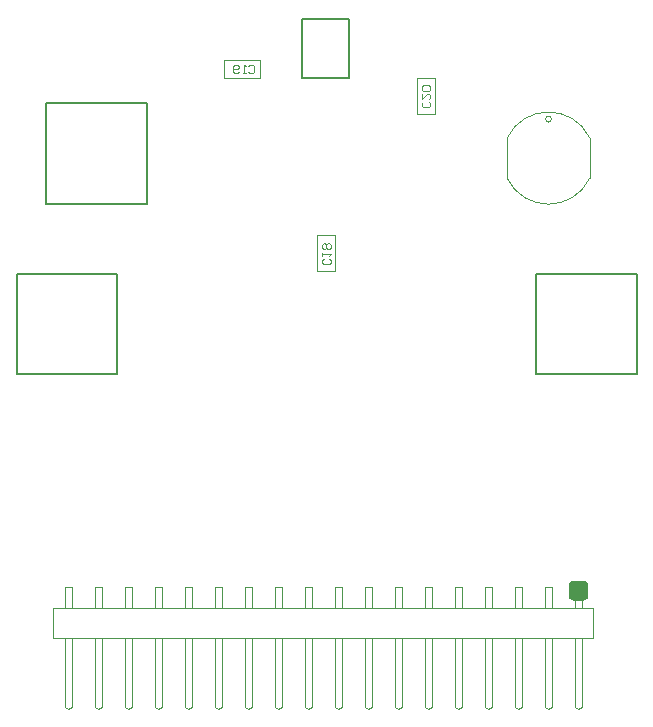
<source format=gbr>
%TF.GenerationSoftware,Altium Limited,Altium Designer,24.3.1 (35)*%
G04 Layer_Color=8388736*
%FSLAX43Y43*%
%MOMM*%
%TF.SameCoordinates,9DAA59CA-406A-4E62-98C5-13318CB5E6F2*%
%TF.FilePolarity,Positive*%
%TF.FileFunction,Other,Top_3D_Body*%
%TF.Part,Single*%
G01*
G75*
%TA.AperFunction,NonConductor*%
%ADD41C,0.200*%
%ADD67C,0.100*%
G36*
X51887Y3185D02*
X52024Y3094D01*
X52115Y2958D01*
X52147Y2797D01*
X52139Y1972D01*
X52147D01*
X52115Y1811D01*
X52024Y1674D01*
X51887Y1583D01*
X51726Y1551D01*
X50901Y1559D01*
Y1551D01*
X50740Y1583D01*
X50604Y1674D01*
X50513Y1811D01*
X50481Y1972D01*
X50489Y2797D01*
X50481D01*
X50513Y2958D01*
X50604Y3094D01*
X50740Y3185D01*
X50901Y3217D01*
Y3209D01*
X51726D01*
Y3217D01*
X51887Y3185D01*
D02*
G37*
D41*
X6240Y35177D02*
Y43677D01*
X14740D01*
Y35177D02*
Y43677D01*
X6240Y35177D02*
X14740D01*
X27931Y45836D02*
X31911D01*
X27931D02*
Y50836D01*
X31911D01*
Y45836D02*
Y50836D01*
X47750Y20750D02*
X56250D01*
Y29250D01*
X47750D02*
X56250D01*
X47750Y20750D02*
Y29250D01*
X3750Y20750D02*
Y29250D01*
X12250D01*
Y20750D02*
Y29250D01*
X3750Y20750D02*
X12250D01*
D67*
X49018Y42325D02*
G03*
X49018Y42325I-250J0D01*
G01*
X45268Y37325D02*
G03*
X52268Y37325I3500J1684D01*
G01*
Y40725D02*
G03*
X45268Y40725I-3500J-1684D01*
G01*
X52268Y37325D02*
Y40725D01*
X45268Y37325D02*
Y40725D01*
X24384Y45796D02*
Y47320D01*
X21336Y45796D02*
Y47320D01*
X24384D01*
X21336Y45796D02*
X24384D01*
X29210Y29499D02*
X30734D01*
X29210Y32547D02*
X30734D01*
Y29499D02*
Y32547D01*
X29210Y29499D02*
Y32547D01*
X37617Y42764D02*
X39141D01*
X37617Y45812D02*
X39141D01*
Y42764D02*
Y45812D01*
X37617Y42764D02*
Y45812D01*
X13208Y-7627D02*
X13528Y-7427D01*
X12888D02*
X13208Y-7627D01*
X13528Y-7427D02*
Y-1627D01*
X12888Y-7427D02*
Y-1627D01*
X15748Y-7627D02*
X16068Y-7427D01*
X15428D02*
X15748Y-7627D01*
X16068Y-7427D02*
Y-1627D01*
X15428Y-7427D02*
Y-1627D01*
X20508Y-7427D02*
Y-1627D01*
X21148Y-7427D02*
Y-1627D01*
X20508Y-7427D02*
X20828Y-7627D01*
X21148Y-7427D01*
X17968D02*
Y-1627D01*
X18608Y-7427D02*
Y-1627D01*
X17968Y-7427D02*
X18288Y-7627D01*
X18608Y-7427D01*
X23368Y-7627D02*
X23688Y-7427D01*
X23048D02*
X23368Y-7627D01*
X23688Y-7427D02*
Y-1627D01*
X23048Y-7427D02*
Y-1627D01*
X25908Y-7627D02*
X26228Y-7427D01*
X25588D02*
X25908Y-7627D01*
X26228Y-7427D02*
Y-1627D01*
X25588Y-7427D02*
Y-1627D01*
X28128Y-7427D02*
Y-1627D01*
X28768Y-7427D02*
Y-1627D01*
X28128Y-7427D02*
X28448Y-7627D01*
X28768Y-7427D01*
X33208D02*
Y-1627D01*
X33848Y-7427D02*
Y-1627D01*
X33208Y-7427D02*
X33528Y-7627D01*
X33848Y-7427D01*
X43368D02*
Y-1627D01*
X44008Y-7427D02*
Y-1627D01*
X43368Y-7427D02*
X43688Y-7627D01*
X44008Y-7427D01*
X51308Y-7627D02*
X51628Y-7427D01*
X50988D02*
X51308Y-7627D01*
X51628Y-7427D02*
Y-1627D01*
X50988Y-7427D02*
Y-1627D01*
X48448Y-7427D02*
Y-1627D01*
X49088Y-7427D02*
Y-1627D01*
X48448Y-7427D02*
X48768Y-7627D01*
X49088Y-7427D01*
X6858Y-1627D02*
Y913D01*
Y-1627D02*
X52578D01*
Y913D01*
X6858D02*
X52578D01*
X46228Y-7627D02*
X46548Y-7427D01*
X45908D02*
X46228Y-7627D01*
X46548Y-7427D02*
Y-1627D01*
X45908Y-7427D02*
Y-1627D01*
X41148Y-7627D02*
X41468Y-7427D01*
X40828D02*
X41148Y-7627D01*
X41468Y-7427D02*
Y-1627D01*
X40828Y-7427D02*
Y-1627D01*
X38288Y-7427D02*
Y-1627D01*
X38928Y-7427D02*
Y-1627D01*
X38288Y-7427D02*
X38608Y-7627D01*
X38928Y-7427D01*
X36068Y-7627D02*
X36388Y-7427D01*
X35748D02*
X36068Y-7627D01*
X36388Y-7427D02*
Y-1627D01*
X35748Y-7427D02*
Y-1627D01*
X30988Y-7627D02*
X31308Y-7427D01*
X30668D02*
X30988Y-7627D01*
X31308Y-7427D02*
Y-1627D01*
X30668Y-7427D02*
Y-1627D01*
X10348Y-7427D02*
Y-1627D01*
X10988Y-7427D02*
Y-1627D01*
X10348Y-7427D02*
X10668Y-7627D01*
X10988Y-7427D01*
X7808D02*
Y-1627D01*
X8448Y-7427D02*
Y-1627D01*
X7808Y-7427D02*
X8128Y-7627D01*
X8448Y-7427D01*
X7808Y2733D02*
X8448D01*
X7808Y913D02*
Y2733D01*
X8448Y913D02*
Y2733D01*
X10348D02*
X10988D01*
Y913D02*
Y2733D01*
X10348Y913D02*
Y2733D01*
X12888D02*
X13528D01*
Y913D02*
Y2733D01*
X12888Y913D02*
Y2733D01*
X15428D02*
X16068D01*
Y913D02*
Y2733D01*
X15428Y913D02*
Y2733D01*
X17968D02*
X18608D01*
Y913D02*
Y2733D01*
X17968Y913D02*
Y2733D01*
X20508D02*
X21148D01*
Y913D02*
Y2733D01*
X20508Y913D02*
Y2733D01*
X23048D02*
X23688D01*
Y913D02*
Y2733D01*
X23048Y913D02*
Y2733D01*
X25588D02*
X26228D01*
Y913D02*
Y2733D01*
X25588Y913D02*
Y2733D01*
X28128D02*
X28768D01*
Y913D02*
Y2733D01*
X28128Y913D02*
Y2733D01*
X30668D02*
X31308D01*
Y913D02*
Y2733D01*
X30668Y913D02*
Y2733D01*
X33208D02*
X33848D01*
Y913D02*
Y2733D01*
X33208Y913D02*
Y2733D01*
X35748D02*
X36388D01*
Y913D02*
Y2733D01*
X35748Y913D02*
Y2733D01*
X38288D02*
X38928D01*
Y913D02*
Y2733D01*
X38288Y913D02*
Y2733D01*
X40828D02*
X41468D01*
Y913D02*
Y2733D01*
X40828Y913D02*
Y2733D01*
X43368D02*
X44008D01*
Y913D02*
Y2733D01*
X43368Y913D02*
Y2733D01*
X45908D02*
X46548D01*
Y913D02*
Y2733D01*
X45908Y913D02*
Y2733D01*
X48448D02*
X49088D01*
Y913D02*
Y2733D01*
X48448Y913D02*
Y2733D01*
X50988D02*
X51628D01*
Y913D02*
Y2733D01*
X50988Y913D02*
Y2733D01*
X23368Y46791D02*
X23485Y46908D01*
X23718D01*
X23835Y46791D01*
Y46325D01*
X23718Y46208D01*
X23485D01*
X23368Y46325D01*
X23135Y46208D02*
X22902D01*
X23019D01*
Y46908D01*
X23135Y46791D01*
X22552Y46325D02*
X22435Y46208D01*
X22202D01*
X22086Y46325D01*
Y46791D01*
X22202Y46908D01*
X22435D01*
X22552Y46791D01*
Y46675D01*
X22435Y46558D01*
X22086D01*
X30205Y30514D02*
X30322Y30398D01*
Y30164D01*
X30205Y30048D01*
X29738D01*
X29622Y30164D01*
Y30398D01*
X29738Y30514D01*
X29622Y30748D02*
Y30981D01*
Y30864D01*
X30322D01*
X30205Y30748D01*
Y31331D02*
X30322Y31447D01*
Y31681D01*
X30205Y31797D01*
X30088D01*
X29972Y31681D01*
X29855Y31797D01*
X29738D01*
X29622Y31681D01*
Y31447D01*
X29738Y31331D01*
X29855D01*
X29972Y31447D01*
X30088Y31331D01*
X30205D01*
X29972Y31447D02*
Y31681D01*
X38612Y43780D02*
X38729Y43663D01*
Y43430D01*
X38612Y43313D01*
X38146D01*
X38029Y43430D01*
Y43663D01*
X38146Y43780D01*
X38029Y44479D02*
Y44013D01*
X38496Y44479D01*
X38612D01*
X38729Y44363D01*
Y44130D01*
X38612Y44013D01*
Y44713D02*
X38729Y44829D01*
Y45063D01*
X38612Y45179D01*
X38146D01*
X38029Y45063D01*
Y44829D01*
X38146Y44713D01*
X38612D01*
%TF.MD5,bd85209c84b089c3604fbe2a867ac1fe*%
M02*

</source>
